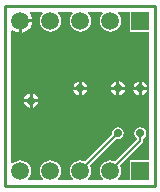
<source format=gbl>
%FSLAX25Y25*%
%MOIN*%
G70*
G01*
G75*
G04 Layer_Physical_Order=2*
G04 Layer_Color=16711680*
%ADD10R,0.05118X0.03347*%
%ADD11R,0.05315X0.03740*%
%ADD12R,0.03347X0.05118*%
%ADD13R,0.01181X0.05118*%
%ADD14C,0.00800*%
%ADD15C,0.01000*%
%ADD16C,0.05906*%
%ADD17R,0.05906X0.05906*%
%ADD18C,0.02756*%
G36*
X186447Y186447D02*
X193000D01*
Y143553D01*
X186447D01*
Y137000D01*
X182692D01*
X182603Y137264D01*
X182560Y137500D01*
X183103Y138208D01*
X183461Y139073D01*
X183583Y140000D01*
X183461Y140927D01*
X183142Y141700D01*
X190721Y149279D01*
X190942Y149610D01*
X191020Y150000D01*
Y150802D01*
X191426Y151074D01*
X191863Y151728D01*
X192017Y152500D01*
X191863Y153272D01*
X191426Y153926D01*
X190772Y154363D01*
X190000Y154517D01*
X189228Y154363D01*
X188574Y153926D01*
X188137Y153272D01*
X187983Y152500D01*
X188137Y151728D01*
X188574Y151074D01*
X188870Y150876D01*
X188905Y150347D01*
X181700Y143141D01*
X180927Y143461D01*
X180000Y143583D01*
X179073Y143461D01*
X178208Y143103D01*
X177466Y142534D01*
X176897Y141792D01*
X176539Y140927D01*
X176417Y140000D01*
X176539Y139073D01*
X176897Y138208D01*
X177440Y137500D01*
X177397Y137264D01*
X177308Y137000D01*
X172692D01*
X172603Y137264D01*
X172560Y137500D01*
X173103Y138208D01*
X173461Y139073D01*
X173583Y140000D01*
X173461Y140927D01*
X173142Y141700D01*
X182021Y150579D01*
X182500Y150483D01*
X183272Y150637D01*
X183926Y151074D01*
X184363Y151728D01*
X184517Y152500D01*
X184363Y153272D01*
X183926Y153926D01*
X183272Y154363D01*
X182500Y154517D01*
X181728Y154363D01*
X181074Y153926D01*
X180637Y153272D01*
X180483Y152500D01*
X180579Y152021D01*
X171700Y143141D01*
X170927Y143461D01*
X170000Y143583D01*
X169073Y143461D01*
X168208Y143103D01*
X167466Y142534D01*
X166897Y141792D01*
X166539Y140927D01*
X166417Y140000D01*
X166539Y139073D01*
X166897Y138208D01*
X167440Y137500D01*
X167397Y137264D01*
X167308Y137000D01*
X162692D01*
X162603Y137264D01*
X162560Y137500D01*
X163103Y138208D01*
X163461Y139073D01*
X163583Y140000D01*
X163461Y140927D01*
X163103Y141792D01*
X162534Y142534D01*
X161792Y143103D01*
X160927Y143461D01*
X160000Y143583D01*
X159073Y143461D01*
X158208Y143103D01*
X157466Y142534D01*
X156897Y141792D01*
X156539Y140927D01*
X156417Y140000D01*
X156539Y139073D01*
X156897Y138208D01*
X157440Y137500D01*
X157397Y137264D01*
X157308Y137000D01*
X152692D01*
X152603Y137264D01*
X152560Y137500D01*
X153103Y138208D01*
X153461Y139073D01*
X153583Y140000D01*
X153461Y140927D01*
X153103Y141792D01*
X152534Y142534D01*
X151792Y143103D01*
X150927Y143461D01*
X150000Y143583D01*
X149073Y143461D01*
X148208Y143103D01*
X147500Y142560D01*
X147264Y142603D01*
X147000Y142692D01*
Y186689D01*
X147500Y186936D01*
X148007Y186547D01*
X148968Y186149D01*
X149500Y186079D01*
Y190000D01*
X150000D01*
Y190500D01*
X153921D01*
X153851Y191032D01*
X153453Y191993D01*
X153064Y192500D01*
X153311Y193000D01*
X157308D01*
X157397Y192736D01*
X157440Y192500D01*
X156897Y191792D01*
X156539Y190927D01*
X156417Y190000D01*
X156539Y189073D01*
X156897Y188208D01*
X157466Y187466D01*
X158208Y186897D01*
X159073Y186539D01*
X160000Y186417D01*
X160927Y186539D01*
X161792Y186897D01*
X162534Y187466D01*
X163103Y188208D01*
X163461Y189073D01*
X163583Y190000D01*
X163461Y190927D01*
X163103Y191792D01*
X162560Y192500D01*
X162603Y192736D01*
X162692Y193000D01*
X167308D01*
X167397Y192736D01*
X167440Y192500D01*
X166897Y191792D01*
X166539Y190927D01*
X166417Y190000D01*
X166539Y189073D01*
X166897Y188208D01*
X167466Y187466D01*
X168208Y186897D01*
X169073Y186539D01*
X170000Y186417D01*
X170927Y186539D01*
X171792Y186897D01*
X172534Y187466D01*
X173103Y188208D01*
X173461Y189073D01*
X173583Y190000D01*
X173461Y190927D01*
X173103Y191792D01*
X172560Y192500D01*
X172603Y192736D01*
X172692Y193000D01*
X177308D01*
X177397Y192736D01*
X177440Y192500D01*
X176897Y191792D01*
X176539Y190927D01*
X176417Y190000D01*
X176539Y189073D01*
X176897Y188208D01*
X177466Y187466D01*
X178208Y186897D01*
X179073Y186539D01*
X180000Y186417D01*
X180927Y186539D01*
X181792Y186897D01*
X182534Y187466D01*
X183103Y188208D01*
X183461Y189073D01*
X183583Y190000D01*
X183461Y190927D01*
X183103Y191792D01*
X182560Y192500D01*
X182603Y192736D01*
X182692Y193000D01*
X186447D01*
Y186447D01*
D02*
G37*
%LPC*%
G36*
X172325Y167000D02*
X170500D01*
Y165175D01*
X170928Y165260D01*
X171714Y165786D01*
X172240Y166572D01*
X172325Y167000D01*
D02*
G37*
G36*
X169500D02*
X167675D01*
X167760Y166572D01*
X168286Y165786D01*
X169072Y165260D01*
X169500Y165175D01*
Y167000D01*
D02*
G37*
G36*
X184825D02*
X183000D01*
Y165175D01*
X183428Y165260D01*
X184214Y165786D01*
X184740Y166572D01*
X184825Y167000D01*
D02*
G37*
G36*
X182000D02*
X180175D01*
X180260Y166572D01*
X180786Y165786D01*
X181572Y165260D01*
X182000Y165175D01*
Y167000D01*
D02*
G37*
G36*
X155888Y162937D02*
X154063D01*
Y161112D01*
X154491Y161197D01*
X155277Y161723D01*
X155803Y162509D01*
X155888Y162937D01*
D02*
G37*
G36*
X153063D02*
X151238D01*
X151323Y162509D01*
X151849Y161723D01*
X152635Y161197D01*
X153063Y161112D01*
Y162937D01*
D02*
G37*
G36*
X154063Y165762D02*
Y163937D01*
X155888D01*
X155803Y164365D01*
X155277Y165151D01*
X154491Y165677D01*
X154063Y165762D01*
D02*
G37*
G36*
X153063D02*
X152635Y165677D01*
X151849Y165151D01*
X151323Y164365D01*
X151238Y163937D01*
X153063D01*
Y165762D01*
D02*
G37*
G36*
X189500Y167000D02*
X187675D01*
X187760Y166572D01*
X188286Y165786D01*
X189072Y165260D01*
X189500Y165175D01*
Y167000D01*
D02*
G37*
G36*
Y169825D02*
X189072Y169740D01*
X188286Y169214D01*
X187760Y168428D01*
X187675Y168000D01*
X189500D01*
Y169825D01*
D02*
G37*
G36*
X183000D02*
Y168000D01*
X184825D01*
X184740Y168428D01*
X184214Y169214D01*
X183428Y169740D01*
X183000Y169825D01*
D02*
G37*
G36*
X153921Y189500D02*
X150500D01*
Y186079D01*
X151032Y186149D01*
X151993Y186547D01*
X152819Y187181D01*
X153453Y188007D01*
X153851Y188968D01*
X153921Y189500D01*
D02*
G37*
G36*
X190500Y169825D02*
Y168000D01*
X192325D01*
X192240Y168428D01*
X191714Y169214D01*
X190928Y169740D01*
X190500Y169825D01*
D02*
G37*
G36*
X169500D02*
X169072Y169740D01*
X168286Y169214D01*
X167760Y168428D01*
X167675Y168000D01*
X169500D01*
Y169825D01*
D02*
G37*
G36*
X192325Y167000D02*
X190500D01*
Y165175D01*
X190928Y165260D01*
X191714Y165786D01*
X192240Y166572D01*
X192325Y167000D01*
D02*
G37*
G36*
X182000Y169825D02*
X181572Y169740D01*
X180786Y169214D01*
X180260Y168428D01*
X180175Y168000D01*
X182000D01*
Y169825D01*
D02*
G37*
G36*
X170500D02*
Y168000D01*
X172325D01*
X172240Y168428D01*
X171714Y169214D01*
X170928Y169740D01*
X170500Y169825D01*
D02*
G37*
%LPD*%
D14*
X180000Y140000D02*
X190000Y150000D01*
Y152500D01*
X170000Y140000D02*
X182500Y152500D01*
D15*
X145000Y135000D02*
X195000D01*
Y195000D01*
X145000D02*
X195000D01*
X145000Y135000D02*
Y195000D01*
D16*
X150000Y190000D02*
D03*
X160000D02*
D03*
X170000D02*
D03*
X180000D02*
D03*
X150000Y140000D02*
D03*
X160000D02*
D03*
X170000D02*
D03*
X180000D02*
D03*
D17*
X190000Y190000D02*
D03*
Y140000D02*
D03*
D18*
Y152500D02*
D03*
X182500D02*
D03*
X170000Y167500D02*
D03*
X190000D02*
D03*
X182500D02*
D03*
X153563Y163437D02*
D03*
M02*

</source>
